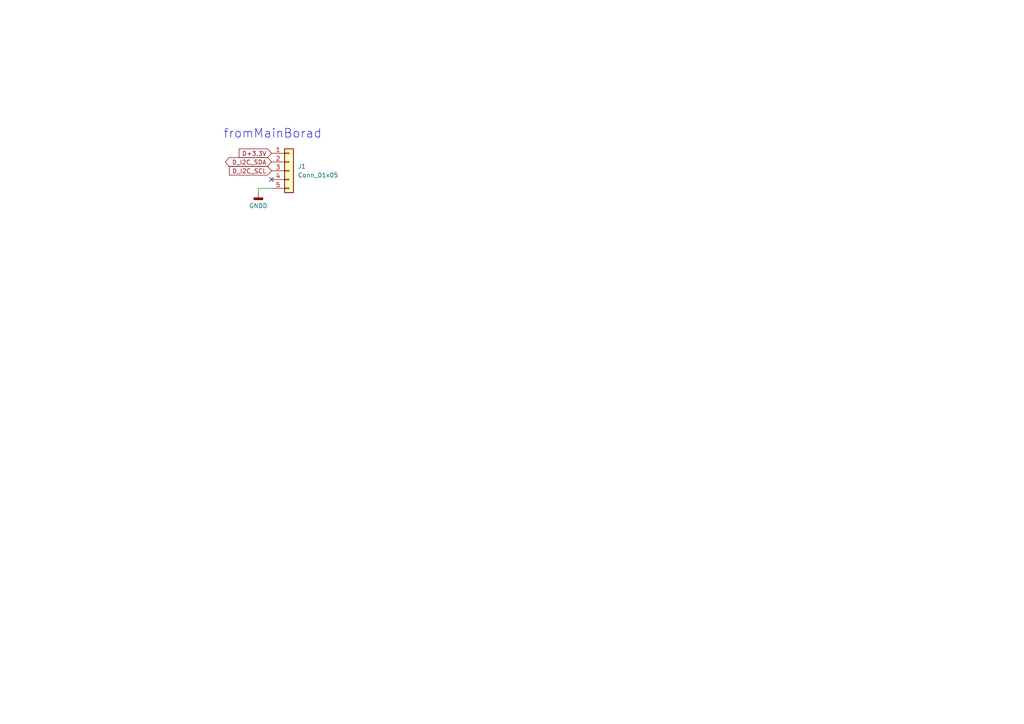
<source format=kicad_sch>
(kicad_sch (version 20231120) (generator "eeschema") (generator_version "8.0")
  (paper "A4")
  (lib_symbols
    (symbol "Connector_Generic:Conn_01x05" (pin_names (offset 1.016) hide)
      (property "Reference" "J" (at 0 7.62 0))
      (property "Value" "Conn_01x05" (at 0 -7.62 0))
      (symbol "Conn_01x05_1_1"
        (rectangle (start -1.27 -4.953) (end 0 -5.207) (stroke (width 0.1524)))
        (rectangle (start -1.27 -2.413) (end 0 -2.667) (stroke (width 0.1524)))
        (rectangle (start -1.27 0.127) (end 0 -0.127) (stroke (width 0.1524)))
        (rectangle (start -1.27 2.667) (end 0 2.413) (stroke (width 0.1524)))
        (rectangle (start -1.27 5.207) (end 0 4.953) (stroke (width 0.1524)))
        (rectangle (start -1.27 6.35) (end 1.27 -6.35) (stroke (width 0.254)) (fill (type background)))
        (pin passive line (at -5.08 5.08 0) (length 3.81) (name "Pin_1") (number "1"))
        (pin passive line (at -5.08 2.54 0) (length 3.81) (name "Pin_2") (number "2"))
        (pin passive line (at -5.08 0 0) (length 3.81) (name "Pin_3") (number "3"))
        (pin passive line (at -5.08 -2.54 0) (length 3.81) (name "Pin_4") (number "4"))
        (pin passive line (at -5.08 -5.08 0) (length 3.81) (name "Pin_5") (number "5"))
      )
    )
    (symbol "power:GNDD" (power) (pin_numbers hide) (pin_names (offset 0) hide)
      (property "Value" "GNDD" (at 0 -3.175 0))
      (symbol "GNDD_0_1"
        (rectangle (start -1.27 -1.524) (end 1.27 -2.032) (stroke (width 0.254)) (fill (type outline)))
        (polyline (pts (xy 0 0) (xy 0 -1.524)))
      )
      (symbol "GNDD_1_1"
        (pin power_in line (at 0 0 270) (length 0) (name "~") (number "1"))
      )
    )
  )
  (no_connect (at 78.74 52.07))
  (wire (pts (xy 78.74 54.61) (xy 74.93 54.61)))
  (wire (pts (xy 74.93 54.61) (xy 74.93 55.88)))
  (text "fromMainBorad" (at 64.77 38.862 0) (effects (font (size 2.54 2.54)) (justify left)))
  (global_label "D_I2C_SDA" (shape bidirectional) (at 78.74 46.99 180) (property "Intersheetrefs" "${INTERSHEET_REFS}" (effects (hide yes))))
  (global_label "D_I2C_SCL" (shape input) (at 78.74 49.53 180) (property "Intersheetrefs" "${INTERSHEET_REFS}" (effects (hide yes))))
  (global_label "D+3.3V" (shape input) (at 78.74 44.45 180) (property "Intersheetrefs" "${INTERSHEET_REFS}" (effects (hide yes))))
  (symbol (lib_id "Connector_Generic:Conn_01x05") (at 83.82 49.53 0) (unit 1)
    (property "Reference" "J1" (at 86.36 48.2599 0) (effects (justify left)))
    (property "Value" "Conn_01x05" (at 86.36 50.7999 0) (effects (justify left)))
    (property "Footprint" "Connector_PinSocket_2.54mm:PinSocket_1x05_P2.54mm_Vertical" (effects (hide yes)))
    (property "Description" "Generic connector, single row, 01x05, script generated (kicad-library-utils/schlib/autogen/connector/)" (effects (hide yes)))
  )
  (symbol (lib_id "power:GNDD") (at 74.93 55.88 0) (unit 1)
    (property "Reference" "#PWR03" (effects (hide yes)))
    (property "Value" "GNDD" (at 74.93 59.69 0))
    (property "Description" "Power symbol creates a global label with name \"GNDD\" , digital ground" (effects (hide yes)))
  )
)
</source>
